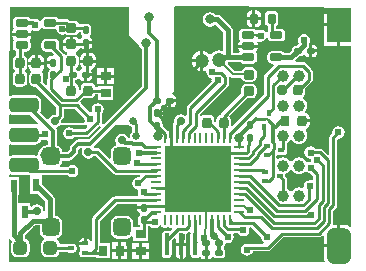
<source format=gtl>
G04 Layer_Physical_Order=1*
G04 Layer_Color=255*
%FSLAX25Y25*%
%MOIN*%
G70*
G01*
G75*
G04:AMPARAMS|DCode=10|XSize=19.69mil|YSize=23.62mil|CornerRadius=4.92mil|HoleSize=0mil|Usage=FLASHONLY|Rotation=270.000|XOffset=0mil|YOffset=0mil|HoleType=Round|Shape=RoundedRectangle|*
%AMROUNDEDRECTD10*
21,1,0.01969,0.01378,0,0,270.0*
21,1,0.00984,0.02362,0,0,270.0*
1,1,0.00984,-0.00689,-0.00492*
1,1,0.00984,-0.00689,0.00492*
1,1,0.00984,0.00689,0.00492*
1,1,0.00984,0.00689,-0.00492*
%
%ADD10ROUNDEDRECTD10*%
G04:AMPARAMS|DCode=11|XSize=19.69mil|YSize=23.62mil|CornerRadius=4.92mil|HoleSize=0mil|Usage=FLASHONLY|Rotation=180.000|XOffset=0mil|YOffset=0mil|HoleType=Round|Shape=RoundedRectangle|*
%AMROUNDEDRECTD11*
21,1,0.01969,0.01378,0,0,180.0*
21,1,0.00984,0.02362,0,0,180.0*
1,1,0.00984,-0.00492,0.00689*
1,1,0.00984,0.00492,0.00689*
1,1,0.00984,0.00492,-0.00689*
1,1,0.00984,-0.00492,-0.00689*
%
%ADD11ROUNDEDRECTD11*%
%ADD12R,0.03150X0.03543*%
%ADD13R,0.03543X0.03150*%
%ADD14R,0.02165X0.04331*%
%ADD15R,0.07874X0.11811*%
G04:AMPARAMS|DCode=16|XSize=118.11mil|YSize=78.74mil|CornerRadius=19.69mil|HoleSize=0mil|Usage=FLASHONLY|Rotation=270.000|XOffset=0mil|YOffset=0mil|HoleType=Round|Shape=RoundedRectangle|*
%AMROUNDEDRECTD16*
21,1,0.11811,0.03937,0,0,270.0*
21,1,0.07874,0.07874,0,0,270.0*
1,1,0.03937,-0.01969,-0.03937*
1,1,0.03937,-0.01969,0.03937*
1,1,0.03937,0.01969,0.03937*
1,1,0.03937,0.01969,-0.03937*
%
%ADD16ROUNDEDRECTD16*%
G04:AMPARAMS|DCode=17|XSize=98.43mil|YSize=47.24mil|CornerRadius=11.81mil|HoleSize=0mil|Usage=FLASHONLY|Rotation=180.000|XOffset=0mil|YOffset=0mil|HoleType=Round|Shape=RoundedRectangle|*
%AMROUNDEDRECTD17*
21,1,0.09843,0.02362,0,0,180.0*
21,1,0.07480,0.04724,0,0,180.0*
1,1,0.02362,-0.03740,0.01181*
1,1,0.02362,0.03740,0.01181*
1,1,0.02362,0.03740,-0.01181*
1,1,0.02362,-0.03740,-0.01181*
%
%ADD17ROUNDEDRECTD17*%
G04:AMPARAMS|DCode=18|XSize=35.43mil|YSize=31.5mil|CornerRadius=7.87mil|HoleSize=0mil|Usage=FLASHONLY|Rotation=270.000|XOffset=0mil|YOffset=0mil|HoleType=Round|Shape=RoundedRectangle|*
%AMROUNDEDRECTD18*
21,1,0.03543,0.01575,0,0,270.0*
21,1,0.01969,0.03150,0,0,270.0*
1,1,0.01575,-0.00787,-0.00984*
1,1,0.01575,-0.00787,0.00984*
1,1,0.01575,0.00787,0.00984*
1,1,0.01575,0.00787,-0.00984*
%
%ADD18ROUNDEDRECTD18*%
G04:AMPARAMS|DCode=19|XSize=25.59mil|YSize=43.31mil|CornerRadius=6.4mil|HoleSize=0mil|Usage=FLASHONLY|Rotation=90.000|XOffset=0mil|YOffset=0mil|HoleType=Round|Shape=RoundedRectangle|*
%AMROUNDEDRECTD19*
21,1,0.02559,0.03051,0,0,90.0*
21,1,0.01280,0.04331,0,0,90.0*
1,1,0.01280,0.01526,0.00640*
1,1,0.01280,0.01526,-0.00640*
1,1,0.01280,-0.01526,-0.00640*
1,1,0.01280,-0.01526,0.00640*
%
%ADD19ROUNDEDRECTD19*%
G04:AMPARAMS|DCode=20|XSize=35.43mil|YSize=31.5mil|CornerRadius=7.87mil|HoleSize=0mil|Usage=FLASHONLY|Rotation=0.000|XOffset=0mil|YOffset=0mil|HoleType=Round|Shape=RoundedRectangle|*
%AMROUNDEDRECTD20*
21,1,0.03543,0.01575,0,0,0.0*
21,1,0.01969,0.03150,0,0,0.0*
1,1,0.01575,0.00984,-0.00787*
1,1,0.01575,-0.00984,-0.00787*
1,1,0.01575,-0.00984,0.00787*
1,1,0.01575,0.00984,0.00787*
%
%ADD20ROUNDEDRECTD20*%
G04:AMPARAMS|DCode=21|XSize=59.06mil|YSize=59.06mil|CornerRadius=14.76mil|HoleSize=0mil|Usage=FLASHONLY|Rotation=180.000|XOffset=0mil|YOffset=0mil|HoleType=Round|Shape=RoundedRectangle|*
%AMROUNDEDRECTD21*
21,1,0.05906,0.02953,0,0,180.0*
21,1,0.02953,0.05906,0,0,180.0*
1,1,0.02953,-0.01476,0.01476*
1,1,0.02953,0.01476,0.01476*
1,1,0.02953,0.01476,-0.01476*
1,1,0.02953,-0.01476,-0.01476*
%
%ADD21ROUNDEDRECTD21*%
G04:AMPARAMS|DCode=22|XSize=15.75mil|YSize=74.8mil|CornerRadius=3.94mil|HoleSize=0mil|Usage=FLASHONLY|Rotation=180.000|XOffset=0mil|YOffset=0mil|HoleType=Round|Shape=RoundedRectangle|*
%AMROUNDEDRECTD22*
21,1,0.01575,0.06693,0,0,180.0*
21,1,0.00787,0.07480,0,0,180.0*
1,1,0.00787,-0.00394,0.03347*
1,1,0.00787,0.00394,0.03347*
1,1,0.00787,0.00394,-0.03347*
1,1,0.00787,-0.00394,-0.03347*
%
%ADD22ROUNDEDRECTD22*%
G04:AMPARAMS|DCode=23|XSize=13.78mil|YSize=21.65mil|CornerRadius=3.45mil|HoleSize=0mil|Usage=FLASHONLY|Rotation=90.000|XOffset=0mil|YOffset=0mil|HoleType=Round|Shape=RoundedRectangle|*
%AMROUNDEDRECTD23*
21,1,0.01378,0.01476,0,0,90.0*
21,1,0.00689,0.02165,0,0,90.0*
1,1,0.00689,0.00738,0.00345*
1,1,0.00689,0.00738,-0.00345*
1,1,0.00689,-0.00738,-0.00345*
1,1,0.00689,-0.00738,0.00345*
%
%ADD23ROUNDEDRECTD23*%
G04:AMPARAMS|DCode=24|XSize=13.78mil|YSize=21.65mil|CornerRadius=3.45mil|HoleSize=0mil|Usage=FLASHONLY|Rotation=180.000|XOffset=0mil|YOffset=0mil|HoleType=Round|Shape=RoundedRectangle|*
%AMROUNDEDRECTD24*
21,1,0.01378,0.01476,0,0,180.0*
21,1,0.00689,0.02165,0,0,180.0*
1,1,0.00689,-0.00345,0.00738*
1,1,0.00689,0.00345,0.00738*
1,1,0.00689,0.00345,-0.00738*
1,1,0.00689,-0.00345,-0.00738*
%
%ADD24ROUNDEDRECTD24*%
G04:AMPARAMS|DCode=25|XSize=13.78mil|YSize=21.65mil|CornerRadius=0mil|HoleSize=0mil|Usage=FLASHONLY|Rotation=180.000|XOffset=0mil|YOffset=0mil|HoleType=Round|Shape=Octagon|*
%AMOCTAGOND25*
4,1,8,0.00345,-0.01083,-0.00345,-0.01083,-0.00689,-0.00738,-0.00689,0.00738,-0.00345,0.01083,0.00345,0.01083,0.00689,0.00738,0.00689,-0.00738,0.00345,-0.01083,0.0*
%
%ADD25OCTAGOND25*%

G04:AMPARAMS|DCode=26|XSize=35.43mil|YSize=31.5mil|CornerRadius=0mil|HoleSize=0mil|Usage=FLASHONLY|Rotation=90.000|XOffset=0mil|YOffset=0mil|HoleType=Round|Shape=Octagon|*
%AMOCTAGOND26*
4,1,8,0.00787,0.01772,-0.00787,0.01772,-0.01575,0.00984,-0.01575,-0.00984,-0.00787,-0.01772,0.00787,-0.01772,0.01575,-0.00984,0.01575,0.00984,0.00787,0.01772,0.0*
%
%ADD26OCTAGOND26*%

%ADD27R,0.22047X0.22047*%
%ADD28O,0.03347X0.00984*%
%ADD29O,0.00984X0.03347*%
G04:AMPARAMS|DCode=30|XSize=45mil|YSize=45mil|CornerRadius=11.25mil|HoleSize=0mil|Usage=FLASHONLY|Rotation=90.000|XOffset=0mil|YOffset=0mil|HoleType=Round|Shape=RoundedRectangle|*
%AMROUNDEDRECTD30*
21,1,0.04500,0.02250,0,0,90.0*
21,1,0.02250,0.04500,0,0,90.0*
1,1,0.02250,0.01125,0.01125*
1,1,0.02250,0.01125,-0.01125*
1,1,0.02250,-0.01125,-0.01125*
1,1,0.02250,-0.01125,0.01125*
%
%ADD30ROUNDEDRECTD30*%
G04:AMPARAMS|DCode=31|XSize=35.43mil|YSize=27.56mil|CornerRadius=6.89mil|HoleSize=0mil|Usage=FLASHONLY|Rotation=90.000|XOffset=0mil|YOffset=0mil|HoleType=Round|Shape=RoundedRectangle|*
%AMROUNDEDRECTD31*
21,1,0.03543,0.01378,0,0,90.0*
21,1,0.02165,0.02756,0,0,90.0*
1,1,0.01378,0.00689,0.01083*
1,1,0.01378,0.00689,-0.01083*
1,1,0.01378,-0.00689,-0.01083*
1,1,0.01378,-0.00689,0.01083*
%
%ADD31ROUNDEDRECTD31*%
%ADD32C,0.01969*%
%ADD33C,0.00787*%
%ADD34C,0.00906*%
%ADD35C,0.00984*%
%ADD36C,0.01181*%
%ADD37C,0.01575*%
%ADD38C,0.04724*%
%ADD39C,0.03937*%
%ADD40C,0.02756*%
%ADD41C,0.02362*%
%ADD42C,0.02559*%
%ADD43C,0.02441*%
%ADD44C,0.03150*%
G36*
X95188Y32252D02*
X95617Y31692D01*
X96193Y31250D01*
X96863Y30972D01*
X97583Y30878D01*
X98302Y30972D01*
X98973Y31250D01*
X99464Y31627D01*
X100004Y31677D01*
X100032Y31676D01*
X100132Y31526D01*
X100796Y31083D01*
X101580Y30927D01*
X101749Y30960D01*
X102376Y30332D01*
Y28943D01*
X101876Y28681D01*
X101181Y28819D01*
X100398Y28663D01*
X99734Y28219D01*
X99290Y27555D01*
X99134Y26772D01*
X99187Y26503D01*
X98746Y26159D01*
X98302Y26342D01*
X97583Y26437D01*
X96863Y26342D01*
X96193Y26065D01*
X95617Y25623D01*
X95188Y25063D01*
X94917Y25020D01*
X94911D01*
X94641Y25063D01*
X94211Y25623D01*
X93636Y26065D01*
X93550Y26100D01*
Y28916D01*
X93451Y29415D01*
X93168Y29838D01*
X93034Y29972D01*
Y30364D01*
X93012Y30474D01*
X92978Y30832D01*
X93334Y31125D01*
X93636Y31250D01*
X94211Y31692D01*
X94641Y32252D01*
X94911Y32295D01*
X94917D01*
X95188Y32252D01*
D02*
G37*
G36*
X27016Y46585D02*
X26127Y45696D01*
X22607D01*
X22512Y45840D01*
X21847Y46283D01*
X21064Y46439D01*
X20281Y46283D01*
X19616Y45840D01*
X19173Y45175D01*
X19017Y44392D01*
X19173Y43608D01*
X19616Y42944D01*
X20281Y42500D01*
X21064Y42345D01*
X21847Y42500D01*
X22512Y42944D01*
X22607Y43087D01*
X26668D01*
X27167Y43187D01*
X27590Y43470D01*
X31093Y46972D01*
X31390Y46937D01*
X31583Y46422D01*
X27513Y42352D01*
X24063D01*
X23525Y42245D01*
X23069Y41941D01*
X21526Y40397D01*
X21222Y39942D01*
X21115Y39404D01*
Y38817D01*
X20416Y38118D01*
X18745D01*
Y38189D01*
X18570Y39072D01*
X18069Y39821D01*
X17320Y40321D01*
X16898Y40405D01*
Y45173D01*
X16791Y45711D01*
X16715Y45824D01*
X16945Y46380D01*
X16987Y46388D01*
X17704Y46866D01*
X17824Y47047D01*
X26825D01*
X27016Y46585D01*
D02*
G37*
G36*
X1397Y30813D02*
X2165Y30660D01*
X7353D01*
X7462Y30588D01*
X7961Y30488D01*
X8043D01*
X8071Y30000D01*
X8071D01*
Y24094D01*
X10623D01*
X12922Y21795D01*
Y18668D01*
X12422Y18618D01*
X12276Y19350D01*
X11798Y20066D01*
X11082Y20545D01*
X10237Y20713D01*
X9392Y20545D01*
X8676Y20066D01*
X8571Y19909D01*
X8071Y20061D01*
Y21102D01*
X4331D01*
X4066Y21493D01*
Y23898D01*
X4331D01*
Y29803D01*
X886D01*
Y30624D01*
X1327Y30860D01*
X1397Y30813D01*
D02*
G37*
G36*
X105988Y86672D02*
Y81012D01*
X110925D01*
Y80512D01*
X111425D01*
Y73606D01*
X114961D01*
X114961Y13548D01*
X114512Y13327D01*
X114391Y13420D01*
X113669Y13719D01*
X112894Y13821D01*
X111425D01*
Y6890D01*
X110925D01*
Y6390D01*
X105963D01*
Y2953D01*
X106065Y2178D01*
X106183Y1892D01*
X105905Y1476D01*
X886D01*
Y9055D01*
X1139Y9195D01*
X1386Y9237D01*
X2100Y8523D01*
X1798Y8072D01*
X1650Y7326D01*
Y5076D01*
X1798Y4330D01*
X2221Y3697D01*
X2853Y3274D01*
X3599Y3126D01*
X5849D01*
X6596Y3274D01*
X7228Y3697D01*
X7651Y4330D01*
X7799Y5076D01*
Y7326D01*
X7651Y8072D01*
X7228Y8705D01*
X6596Y9127D01*
X6330Y9180D01*
Y10533D01*
X9523Y13726D01*
X11176D01*
Y11614D01*
X11352Y10731D01*
X11852Y9982D01*
X12542Y9521D01*
X12608Y9230D01*
X12616Y8969D01*
X12221Y8705D01*
X11798Y8072D01*
X11649Y7326D01*
Y5076D01*
X11798Y4330D01*
X12221Y3697D01*
X12853Y3274D01*
X13599Y3126D01*
X15849D01*
X16596Y3274D01*
X17228Y3697D01*
X17651Y4330D01*
X17744Y4798D01*
X20216D01*
X20375Y4692D01*
X20817Y4604D01*
X22293D01*
X22735Y4692D01*
X23109Y4942D01*
X23359Y5316D01*
X23447Y5758D01*
Y6447D01*
X23359Y6888D01*
X23109Y7263D01*
X22735Y7513D01*
X22293Y7601D01*
X20817D01*
X20375Y7513D01*
X20216Y7407D01*
X17783D01*
X17651Y8072D01*
X17228Y8705D01*
X16941Y8896D01*
X17047Y9427D01*
X17320Y9482D01*
X18069Y9982D01*
X18570Y10731D01*
X18745Y11614D01*
Y14567D01*
X18570Y15450D01*
X18069Y16199D01*
X17320Y16699D01*
X16437Y16875D01*
X16133D01*
Y22461D01*
X16011Y23075D01*
X15663Y23596D01*
X15663Y23596D01*
X11811Y27448D01*
Y30000D01*
X11811D01*
X11839Y30488D01*
X20505D01*
X20601Y30345D01*
X21265Y29901D01*
X22048Y29746D01*
X22832Y29901D01*
X23496Y30345D01*
X23940Y31010D01*
X24095Y31793D01*
X23940Y32576D01*
X23496Y33241D01*
X22832Y33684D01*
X22048Y33840D01*
X21265Y33684D01*
X20601Y33241D01*
X20505Y33097D01*
X18211D01*
X18059Y33597D01*
X18069Y33604D01*
X18570Y34353D01*
X18745Y35236D01*
Y35308D01*
X20998D01*
X21535Y35415D01*
X21991Y35719D01*
X23513Y37241D01*
X23818Y37697D01*
X23925Y38235D01*
Y38822D01*
X24645Y39542D01*
X25132D01*
X25368Y39101D01*
X25324Y39036D01*
X25156Y38191D01*
X25324Y37346D01*
X25802Y36630D01*
X26519Y36151D01*
X27363Y35983D01*
X28208Y36151D01*
X28925Y36630D01*
X29096Y36886D01*
X29714D01*
X35572Y31028D01*
X35995Y30745D01*
X36495Y30646D01*
X44487D01*
X44678Y30184D01*
X44196Y29701D01*
X44027Y29735D01*
X43244Y29579D01*
X42579Y29135D01*
X42136Y28471D01*
X41980Y27688D01*
X42136Y26904D01*
X42579Y26240D01*
X43244Y25796D01*
X43555Y25734D01*
X43977Y25489D01*
X43821Y24706D01*
X43977Y23923D01*
X44011Y23871D01*
X43775Y23431D01*
X36299D01*
X35800Y23331D01*
X35377Y23049D01*
X29097Y16769D01*
X28814Y16346D01*
X28715Y15846D01*
Y8748D01*
X28215Y8650D01*
X27987Y8991D01*
X27542Y9288D01*
X27018Y9392D01*
X26779D01*
Y7677D01*
X26280D01*
Y7177D01*
X24201D01*
X24275Y6808D01*
X24572Y6363D01*
X24704Y6275D01*
X24725Y5694D01*
X24712Y5668D01*
X24475Y5314D01*
X24387Y4872D01*
Y4183D01*
X24475Y3741D01*
X24725Y3367D01*
X25100Y3117D01*
X25541Y3029D01*
X27018D01*
X27459Y3117D01*
X27618Y3223D01*
X29913D01*
Y2748D01*
X34638D01*
Y7866D01*
X31324D01*
Y15306D01*
X36840Y20821D01*
X43453D01*
X43770Y20435D01*
X43754Y20354D01*
Y20165D01*
X45768D01*
Y19165D01*
X43754D01*
Y18976D01*
X43870Y18394D01*
X44200Y17901D01*
X44518Y17688D01*
X44560Y17160D01*
X44546Y17114D01*
X44353Y16985D01*
X44070Y16562D01*
X43971Y16063D01*
Y14685D01*
X44070Y14186D01*
X44353Y13763D01*
X44463Y13689D01*
Y13091D01*
X42367D01*
Y14567D01*
X42191Y15450D01*
X41691Y16199D01*
X40942Y16699D01*
X40059Y16875D01*
X37106D01*
X36223Y16699D01*
X35474Y16199D01*
X34974Y15450D01*
X34798Y14567D01*
Y11614D01*
X34974Y10731D01*
X35474Y9982D01*
X36223Y9482D01*
X37106Y9306D01*
X40059D01*
X40942Y9482D01*
X41691Y9982D01*
X41724Y10032D01*
X42224Y9880D01*
Y8366D01*
X47343D01*
Y13091D01*
X47343D01*
X47422Y13558D01*
X47965D01*
X48060Y13415D01*
X48724Y12971D01*
X49508Y12815D01*
X50291Y12971D01*
X50955Y13415D01*
X51213Y13800D01*
X51744Y13694D01*
X51748Y13674D01*
X52030Y13251D01*
X52454Y12968D01*
X52953Y12869D01*
X53452Y12968D01*
X53545Y13030D01*
X53937Y13221D01*
X54329Y13030D01*
X54422Y12968D01*
X54921Y12869D01*
X55139Y12912D01*
X55386Y12451D01*
X54624Y11690D01*
X54398Y11841D01*
X53937Y11933D01*
X53150D01*
X52689Y11841D01*
X52298Y11580D01*
X52037Y11189D01*
X51945Y10728D01*
Y4035D01*
X52037Y3575D01*
X52298Y3184D01*
X52689Y2923D01*
X53150Y2831D01*
X53937D01*
X54398Y2923D01*
X54789Y3184D01*
X55050Y3575D01*
X55141Y4035D01*
Y8517D01*
X55991Y9367D01*
X56453Y9175D01*
Y7882D01*
X58268D01*
X60082D01*
Y10728D01*
X60079Y10745D01*
X60342Y11196D01*
X60765Y11479D01*
X60843Y11557D01*
X61393Y11415D01*
X61486Y11189D01*
X61394Y10728D01*
Y4035D01*
X61486Y3575D01*
X61747Y3184D01*
X62138Y2923D01*
X62598Y2831D01*
X63386D01*
X63847Y2923D01*
X64237Y3184D01*
X64789Y3109D01*
X64889Y2960D01*
X65382Y2630D01*
X65965Y2514D01*
X66154D01*
Y4527D01*
X67154D01*
Y2514D01*
X67343D01*
X67925Y2630D01*
X68418Y2960D01*
X68631Y3278D01*
X69159Y3320D01*
X69205Y3305D01*
X69333Y3113D01*
X69757Y2830D01*
X70256Y2731D01*
X71634D01*
X72133Y2830D01*
X72556Y3113D01*
X72839Y3536D01*
X72939Y4035D01*
Y5020D01*
X72839Y5519D01*
X72656Y5793D01*
X72564Y6011D01*
X72618Y6502D01*
X72741Y6686D01*
X72840Y7185D01*
Y7529D01*
X73340Y7892D01*
X73822Y7796D01*
X74606Y7952D01*
X75270Y8395D01*
X75714Y9060D01*
X75870Y9843D01*
X75720Y10597D01*
X75719Y10684D01*
X75975Y11097D01*
X77299D01*
X77592Y10659D01*
X78256Y10215D01*
X79039Y10060D01*
X79823Y10215D01*
X80487Y10659D01*
X80931Y11323D01*
X81086Y12107D01*
X80955Y12766D01*
X81240Y13197D01*
X81669Y13238D01*
X84994Y9913D01*
X84961Y9744D01*
X85116Y8961D01*
X85560Y8297D01*
X85790Y8143D01*
X85638Y7643D01*
X81043D01*
X80715Y7578D01*
X80315Y7658D01*
X79532Y7502D01*
X78867Y7058D01*
X78424Y6394D01*
X78268Y5610D01*
X78424Y4827D01*
X78867Y4163D01*
X79532Y3719D01*
X80315Y3563D01*
X81098Y3719D01*
X81763Y4163D01*
X82206Y4827D01*
X82248Y5034D01*
X87138D01*
X87637Y5133D01*
X88060Y5416D01*
X92325Y9680D01*
X104181D01*
X104681Y9780D01*
X105104Y10063D01*
X105463Y10421D01*
X105963Y10214D01*
Y7390D01*
X110425D01*
Y13821D01*
X109357D01*
X109322Y13837D01*
X109274Y13872D01*
X108985Y14321D01*
X109026Y14525D01*
Y18640D01*
X109918Y19533D01*
X110201Y19956D01*
X110301Y20455D01*
Y42289D01*
X110705Y42642D01*
X110728Y42638D01*
X111512Y42794D01*
X112176Y43237D01*
X112620Y43902D01*
X112776Y44685D01*
X112620Y45469D01*
X112176Y46133D01*
X111512Y46576D01*
X110728Y46732D01*
X109945Y46576D01*
X109281Y46133D01*
X108837Y45469D01*
X108681Y44685D01*
X108715Y44516D01*
X108074Y43875D01*
X107791Y43452D01*
X107692Y42953D01*
Y37522D01*
X107229Y37331D01*
X105605Y38956D01*
X105182Y39239D01*
X104682Y39338D01*
X102998D01*
X102929Y39442D01*
X102265Y39885D01*
X101481Y40041D01*
X100698Y39885D01*
X100034Y39442D01*
X99590Y38777D01*
X99434Y37994D01*
X99590Y37211D01*
X100034Y36546D01*
X100698Y36103D01*
X101481Y35947D01*
X101607Y35487D01*
X101520Y35009D01*
X100796Y34865D01*
X100551Y34702D01*
X100073Y34847D01*
X99990Y35047D01*
X99548Y35623D01*
X98973Y36065D01*
X98302Y36342D01*
X97583Y36437D01*
X96863Y36342D01*
X96193Y36065D01*
X95617Y35623D01*
X95188Y35063D01*
X94917Y35020D01*
X94911D01*
X94641Y35063D01*
X94211Y35623D01*
X93636Y36065D01*
X92965Y36342D01*
X92246Y36437D01*
X91526Y36342D01*
X90856Y36065D01*
X90584Y35856D01*
X90084Y36103D01*
Y36962D01*
X90584Y37244D01*
X90896Y37183D01*
X92372D01*
X92814Y37270D01*
X93188Y37521D01*
X93438Y37895D01*
X93526Y38337D01*
Y39026D01*
X93512Y39098D01*
X93550Y39293D01*
Y41215D01*
X93636Y41250D01*
X94211Y41692D01*
X94641Y42252D01*
X94911Y42295D01*
X94917D01*
X95188Y42252D01*
X95617Y41692D01*
X96193Y41250D01*
X96863Y40973D01*
X97583Y40878D01*
X98302Y40973D01*
X98973Y41250D01*
X99548Y41692D01*
X99990Y42268D01*
X100268Y42938D01*
X100363Y43657D01*
X100268Y44377D01*
X99990Y45047D01*
X99794Y45303D01*
X100001Y45854D01*
X100008Y45856D01*
X100600Y46251D01*
X100995Y46842D01*
X101133Y47539D01*
Y48024D01*
X98524D01*
Y49024D01*
X101133D01*
Y49508D01*
X100995Y50205D01*
X100600Y50797D01*
X100008Y51192D01*
X99778Y51237D01*
X99676Y51440D01*
X99616Y51780D01*
X99990Y52268D01*
X100268Y52938D01*
X100363Y53657D01*
X100268Y54377D01*
X99990Y55047D01*
X99548Y55623D01*
X98973Y56065D01*
X98940Y56620D01*
X99265Y56837D01*
X99613Y57358D01*
X99736Y57973D01*
Y59372D01*
X101753Y61390D01*
X102036Y61813D01*
X102136Y62312D01*
Y65003D01*
X102036Y65502D01*
X101753Y65925D01*
X99851Y67828D01*
X99427Y68111D01*
X98928Y68210D01*
X96601D01*
X96394Y68710D01*
X97738Y70054D01*
X97953D01*
X98452Y70153D01*
X98875Y70436D01*
X99004Y70628D01*
X99050Y70643D01*
X99578Y70601D01*
X99790Y70283D01*
X100284Y69953D01*
X100866Y69837D01*
X101055D01*
Y71850D01*
Y73969D01*
X100935Y74364D01*
X101166Y74709D01*
X101321Y75492D01*
X101166Y76276D01*
X100722Y76940D01*
X100058Y77384D01*
X99274Y77539D01*
X98491Y77384D01*
X97827Y76940D01*
X97383Y76276D01*
X97227Y75492D01*
X97383Y74709D01*
X97571Y74428D01*
X96790Y73647D01*
X96575D01*
X96076Y73548D01*
X95652Y73265D01*
X95369Y72842D01*
X95270Y72342D01*
Y72127D01*
X94433Y71291D01*
X92656D01*
X92614Y71354D01*
X92141Y71669D01*
X91585Y71780D01*
X88534D01*
X87977Y71669D01*
X87505Y71354D01*
X87189Y70882D01*
X87078Y70325D01*
Y69045D01*
X87189Y68488D01*
X87505Y68016D01*
X87977Y67701D01*
X88534Y67590D01*
X89087D01*
X89278Y67128D01*
X86282Y64132D01*
X86000Y63709D01*
X85900Y63210D01*
Y57332D01*
X75301Y46732D01*
X74888Y46924D01*
X74834Y46973D01*
Y48917D01*
X74712Y49532D01*
X74364Y50053D01*
X74361Y50076D01*
X80357Y56072D01*
X81890D01*
X82504Y56194D01*
X83025Y56542D01*
X83373Y57063D01*
X83495Y57677D01*
Y59252D01*
X83373Y59866D01*
X83025Y60387D01*
X82504Y60735D01*
X81890Y60858D01*
X79921D01*
X79307Y60735D01*
X78786Y60387D01*
X78438Y59866D01*
X78316Y59252D01*
Y57720D01*
X71518Y50923D01*
X71236Y50499D01*
X71223Y50437D01*
X71039Y50401D01*
X70518Y50053D01*
X70170Y49532D01*
X70048Y48917D01*
Y48394D01*
X69548Y48151D01*
X69322Y48328D01*
Y48917D01*
X69200Y49532D01*
X68852Y50053D01*
X68331Y50401D01*
X67716Y50523D01*
X66142D01*
X65527Y50401D01*
X65006Y50053D01*
X64994Y50033D01*
X64545Y50169D01*
X64495Y50649D01*
X73898Y60053D01*
X74181Y60476D01*
X74281Y60975D01*
Y63046D01*
X74274Y63080D01*
X74735Y63326D01*
X74837Y63223D01*
X74837Y63223D01*
X75228Y62962D01*
X75689Y62871D01*
X75689Y62871D01*
X78379D01*
X78438Y62574D01*
X78786Y62054D01*
X79307Y61705D01*
X79921Y61583D01*
X81890D01*
X82504Y61705D01*
X83025Y62054D01*
X83373Y62574D01*
X83495Y63189D01*
Y64764D01*
X83373Y65378D01*
X83025Y65899D01*
X82504Y66247D01*
X81890Y66369D01*
X79921D01*
X79307Y66247D01*
X78786Y65899D01*
X78438Y65378D01*
X78418Y65279D01*
X76188D01*
X73854Y67613D01*
X74046Y68079D01*
X78014D01*
X78056Y68016D01*
X78528Y67701D01*
X79085Y67590D01*
X82136D01*
X82693Y67701D01*
X83165Y68016D01*
X83480Y68488D01*
X83591Y69045D01*
Y70325D01*
X83480Y70882D01*
X83165Y71354D01*
X83433Y71776D01*
X83680Y72146D01*
X83808Y72785D01*
Y72925D01*
X80610D01*
X77413D01*
Y72785D01*
X77540Y72146D01*
X77777Y71791D01*
X77539Y71291D01*
X75523D01*
Y78786D01*
X75523Y78786D01*
X75401Y79401D01*
X75053Y79922D01*
X75053Y79922D01*
X71457Y83517D01*
X70936Y83865D01*
X70322Y83987D01*
X70322Y83987D01*
X69682D01*
X69616Y84085D01*
X68835Y84607D01*
X67913Y84790D01*
X66992Y84607D01*
X66210Y84085D01*
X65688Y83304D01*
X65505Y82382D01*
X65688Y81460D01*
X66210Y80679D01*
X66992Y80157D01*
X67913Y79973D01*
X68835Y80157D01*
X69616Y80679D01*
X69742Y80691D01*
X72312Y78121D01*
Y72158D01*
X71896Y71880D01*
X71688Y71966D01*
X70866Y72074D01*
X70044Y71966D01*
X69278Y71649D01*
X68620Y71144D01*
X68348Y70789D01*
X67718Y70789D01*
X67555Y71000D01*
X66853Y71539D01*
X66035Y71878D01*
X65658Y71928D01*
Y68602D01*
Y65277D01*
X66035Y65327D01*
X66254Y65417D01*
X66693Y65058D01*
X66654Y64862D01*
X66809Y64079D01*
X67253Y63415D01*
X67917Y62971D01*
X68120Y62931D01*
X68498Y62358D01*
X68429Y62011D01*
X68462Y61842D01*
X60495Y53875D01*
X60212Y53452D01*
X60113Y52952D01*
Y50491D01*
X59613Y50229D01*
X59113Y50563D01*
X58268Y50731D01*
X57423Y50563D01*
X56707Y50085D01*
X56228Y49369D01*
X56060Y48524D01*
X56120Y48221D01*
X55967Y48068D01*
X55685Y47645D01*
X55585Y47146D01*
Y45994D01*
X55421Y45859D01*
Y42913D01*
X54421D01*
Y45516D01*
X54339Y45500D01*
X53846Y45170D01*
X53841Y45170D01*
X52190Y46820D01*
Y47461D01*
X52091Y47960D01*
X51808Y48383D01*
X51616Y48512D01*
X51601Y48557D01*
X51643Y49086D01*
X51962Y49298D01*
X52291Y49792D01*
X52407Y50374D01*
Y50563D01*
X50394D01*
Y51563D01*
X52407D01*
Y51752D01*
X52291Y52334D01*
X51962Y52828D01*
X51582Y53082D01*
X51579Y53087D01*
X51552Y53512D01*
X51582Y53637D01*
X51828Y53802D01*
X51957Y53994D01*
X52002Y54009D01*
X52530Y53967D01*
X52743Y53649D01*
X53237Y53319D01*
X53819Y53203D01*
X54008D01*
Y55216D01*
X54508D01*
Y55717D01*
X56717D01*
X56602Y56291D01*
X56273Y56784D01*
X55779Y57114D01*
X55594Y57151D01*
X55430Y57693D01*
X56004Y58268D01*
X56004Y86401D01*
X56358Y86754D01*
X105988Y86672D01*
D02*
G37*
G36*
X41043Y77264D02*
X44356Y73951D01*
X44428Y73586D01*
X44951Y72805D01*
X45249Y72606D01*
Y60088D01*
X32700Y47539D01*
X32180D01*
X32101Y47584D01*
X32062Y47616D01*
X31800Y47998D01*
X31856Y48276D01*
Y50845D01*
X31959Y50915D01*
X32403Y51579D01*
X32559Y52362D01*
X32403Y53146D01*
X31959Y53810D01*
X31295Y54254D01*
X30512Y54409D01*
X29728Y54254D01*
X29064Y53810D01*
X28620Y53146D01*
X28465Y52362D01*
X28566Y51854D01*
X28246Y51436D01*
X27808Y51400D01*
X24772Y54435D01*
X24761Y55131D01*
X25839Y56209D01*
X25862Y56194D01*
X26476Y56072D01*
X28051D01*
X28666Y56194D01*
X29186Y56542D01*
X29535Y57063D01*
X29593Y57357D01*
X30647D01*
Y55574D01*
X35765D01*
Y60298D01*
X30647D01*
Y59966D01*
X29593D01*
X29535Y60260D01*
X29186Y60781D01*
X28666Y61129D01*
X28051Y61251D01*
X26476D01*
X25862Y61129D01*
X25341Y60781D01*
X24993Y60260D01*
X24871Y59646D01*
Y59056D01*
X24645Y58880D01*
X24145Y59123D01*
Y59646D01*
X24023Y60260D01*
X23675Y60781D01*
X23154Y61129D01*
X23056Y61148D01*
Y62121D01*
X23354Y62181D01*
X23777Y62463D01*
X23905Y62656D01*
X23951Y62671D01*
X24479Y62628D01*
X24692Y62310D01*
X25185Y61980D01*
X25768Y61865D01*
X25957D01*
Y63878D01*
X26457D01*
Y64378D01*
X28665D01*
X28551Y64952D01*
X28354Y65248D01*
X28528Y65779D01*
X28544Y65795D01*
X28749Y65836D01*
X29340Y66231D01*
X29735Y66822D01*
X29874Y67520D01*
Y68004D01*
X27264D01*
X24654D01*
Y67520D01*
X24793Y66822D01*
X25155Y66279D01*
X25165Y66122D01*
X25077Y65703D01*
X24692Y65446D01*
X24479Y65127D01*
X23951Y65085D01*
X23905Y65100D01*
X23777Y65293D01*
X23354Y65575D01*
X23309Y65584D01*
X23275Y65683D01*
X23256Y66105D01*
X23675Y66384D01*
X24023Y66905D01*
X24145Y67520D01*
Y69488D01*
X24023Y70103D01*
X23675Y70624D01*
X23154Y70972D01*
X23135Y70975D01*
Y71485D01*
X23434Y71545D01*
X24025Y71940D01*
X24420Y72531D01*
X24452Y72693D01*
X24983Y72799D01*
X25007Y72763D01*
X25501Y72433D01*
X26075Y72319D01*
Y74528D01*
X26575D01*
Y75028D01*
X28588D01*
Y75217D01*
X28473Y75799D01*
X28143Y76292D01*
X27824Y76505D01*
X27782Y77033D01*
X27797Y77079D01*
X27989Y77207D01*
X28272Y77631D01*
X28372Y78130D01*
Y79508D01*
X28272Y80007D01*
X27989Y80430D01*
X27566Y80713D01*
X27067Y80813D01*
X26969D01*
X26870Y80832D01*
X24239D01*
X24220Y80929D01*
X23872Y81450D01*
X23351Y81798D01*
X22736Y81921D01*
X21204D01*
X21001Y82123D01*
X20578Y82406D01*
X20079Y82505D01*
X17463D01*
X17220Y82869D01*
X16748Y83185D01*
X16191Y83296D01*
X13140D01*
X12583Y83185D01*
X12111Y82869D01*
X11795Y82397D01*
X11728Y82057D01*
X11197Y81952D01*
X11192Y81959D01*
X10527Y82403D01*
X9744Y82559D01*
X9517Y82514D01*
X9055Y82606D01*
X7947D01*
X7771Y82869D01*
X7299Y83185D01*
X6742Y83296D01*
X3691D01*
X3134Y83185D01*
X2662Y82869D01*
X2347Y82397D01*
X2236Y81841D01*
Y80561D01*
X2347Y80004D01*
X2662Y79532D01*
X2393Y79110D01*
X2146Y78740D01*
X2019Y78100D01*
Y77961D01*
X5217D01*
X8414D01*
Y78100D01*
X8349Y78428D01*
X8799Y78728D01*
X8961Y78620D01*
X9744Y78465D01*
X10527Y78620D01*
X11192Y79064D01*
X11507Y79536D01*
X12056Y79580D01*
X12085Y79570D01*
X12111Y79532D01*
X12583Y79217D01*
X13140Y79106D01*
X16191D01*
X16679Y79203D01*
X16809Y78547D01*
X17253Y77883D01*
X17917Y77439D01*
X18701Y77284D01*
X19484Y77439D01*
X19682Y77572D01*
X20153Y77257D01*
X20768Y77135D01*
X22736D01*
X23351Y77257D01*
X23872Y77605D01*
X24220Y78126D01*
X24239Y78223D01*
X24778D01*
Y78130D01*
X24877Y77631D01*
X25160Y77207D01*
X25353Y77079D01*
X25367Y77033D01*
X25325Y76505D01*
X25007Y76292D01*
X24750Y75907D01*
X24349Y75839D01*
X24180Y75860D01*
X24025Y76092D01*
X23434Y76487D01*
X22736Y76626D01*
X22252D01*
Y74016D01*
X21752D01*
Y73516D01*
X18945D01*
Y73228D01*
X19084Y72531D01*
X19479Y71940D01*
X20070Y71545D01*
X20369Y71485D01*
Y70975D01*
X20350Y70972D01*
X19829Y70624D01*
X19319Y70759D01*
X19316Y70775D01*
X19033Y71198D01*
X17564Y72667D01*
X17646Y73081D01*
Y74360D01*
X17535Y74917D01*
X17220Y75389D01*
X16748Y75705D01*
X16191Y75815D01*
X13140D01*
X12583Y75705D01*
X12111Y75389D01*
X11795Y74917D01*
X11685Y74360D01*
Y73081D01*
X11795Y72524D01*
X12111Y72052D01*
X12583Y71736D01*
X13140Y71626D01*
X14915D01*
X15838Y70702D01*
X15631Y70202D01*
X15157D01*
X14575Y70087D01*
X14082Y69757D01*
X13752Y69263D01*
X13636Y68681D01*
Y68492D01*
X15650D01*
Y67492D01*
X13636D01*
Y67303D01*
X13752Y66721D01*
X14082Y66227D01*
X14400Y66015D01*
X14442Y65487D01*
X14427Y65441D01*
X14235Y65312D01*
X13952Y64889D01*
X13853Y64390D01*
Y63012D01*
X13870Y62925D01*
X13854Y62901D01*
X13754Y62402D01*
Y60549D01*
X13293Y60358D01*
X12367Y61284D01*
X12432Y61614D01*
Y63583D01*
X12310Y64197D01*
X11962Y64718D01*
X11946Y64729D01*
Y65330D01*
X12115Y65444D01*
X12510Y66035D01*
X12649Y66732D01*
Y67216D01*
X10039D01*
X7430D01*
Y66732D01*
X7568Y66035D01*
X7963Y65444D01*
X8133Y65330D01*
Y64729D01*
X8117Y64718D01*
X7768Y64197D01*
X7646Y63583D01*
Y61614D01*
X7768Y61000D01*
X8117Y60479D01*
X8637Y60131D01*
X9252Y60009D01*
X9952D01*
X16662Y53298D01*
Y50986D01*
X16235Y50617D01*
X16142Y50635D01*
X15298Y50467D01*
X14581Y49989D01*
X14103Y49272D01*
X14086Y49190D01*
X13608Y49045D01*
X11201Y51452D01*
X11500Y51899D01*
X11653Y52667D01*
Y55029D01*
X11500Y55798D01*
X11065Y56449D01*
X10414Y56884D01*
X9646Y57037D01*
X2165D01*
X1460Y56896D01*
X1247Y56965D01*
X961Y57119D01*
X1189Y86417D01*
X41043D01*
Y77264D01*
D02*
G37*
G36*
X12111Y42205D02*
X12894Y42049D01*
X13588Y42187D01*
X14088Y41924D01*
Y40497D01*
X13484D01*
X12601Y40321D01*
X11852Y39821D01*
X11385Y39121D01*
X11322Y39074D01*
X10881Y38498D01*
X10603Y37828D01*
X10541Y37354D01*
X10116Y36989D01*
X10023Y36961D01*
X9646Y37037D01*
X2165D01*
X1397Y36884D01*
X1327Y36837D01*
X886Y37072D01*
Y40624D01*
X1327Y40860D01*
X1397Y40813D01*
X2165Y40660D01*
X9646D01*
X10414Y40813D01*
X11065Y41248D01*
X11500Y41899D01*
X11538Y42088D01*
X12000Y42280D01*
X12111Y42205D01*
D02*
G37*
G36*
X26037Y49480D02*
X26004Y49311D01*
X26160Y48528D01*
X26278Y48350D01*
X26011Y47850D01*
X18630D01*
X18312Y48237D01*
X18350Y48428D01*
X18290Y48730D01*
X18889Y49329D01*
X19172Y49753D01*
X19271Y50252D01*
Y52534D01*
X22983D01*
X26037Y49480D01*
D02*
G37*
G36*
X1412Y50810D02*
X2165Y50660D01*
X8019D01*
X10678Y48001D01*
X10486Y47539D01*
X1242Y47539D01*
X890Y47894D01*
X910Y50548D01*
X1323Y50823D01*
X1412Y50810D01*
D02*
G37*
G36*
X41420Y46677D02*
X42005Y46561D01*
Y45120D01*
X41819Y44996D01*
X41362Y44313D01*
X41202Y43506D01*
X41260Y43215D01*
X40867Y42784D01*
X40630Y42832D01*
X40622Y42872D01*
X40144Y43589D01*
X39428Y44067D01*
X38583Y44235D01*
X37738Y44067D01*
X37022Y43589D01*
X36543Y42872D01*
X36375Y42028D01*
X36543Y41183D01*
X36763Y40853D01*
X36572Y40391D01*
X36223Y40321D01*
X35474Y39821D01*
X34974Y39072D01*
X34798Y38189D01*
Y36145D01*
X34336Y35954D01*
X31177Y39113D01*
X30753Y39396D01*
X30254Y39495D01*
X29302D01*
X29151Y39820D01*
X29131Y39983D01*
X29242Y40108D01*
X36182Y47047D01*
X40867D01*
X41420Y46677D01*
D02*
G37*
%LPC*%
G36*
X25780Y9392D02*
X25541D01*
X25017Y9288D01*
X24572Y8991D01*
X24275Y8546D01*
X24201Y8177D01*
X25780D01*
Y9392D01*
D02*
G37*
G36*
X56717Y54716D02*
X55008D01*
Y53203D01*
X55197D01*
X55779Y53319D01*
X56273Y53649D01*
X56602Y54142D01*
X56717Y54716D01*
D02*
G37*
G36*
X60082Y6882D02*
X58768D01*
Y2636D01*
X59205Y2723D01*
X59666Y3031D01*
X59974Y3492D01*
X60082Y4035D01*
Y6882D01*
D02*
G37*
G36*
X44284Y4716D02*
X42012D01*
Y2642D01*
X44284D01*
Y4716D01*
D02*
G37*
G36*
X57768Y6882D02*
X56453D01*
Y4035D01*
X56561Y3492D01*
X56869Y3031D01*
X57330Y2723D01*
X57768Y2636D01*
Y6882D01*
D02*
G37*
G36*
X37287Y4807D02*
X35213D01*
Y2536D01*
X37287D01*
Y4807D01*
D02*
G37*
G36*
X40362D02*
X38287D01*
Y2536D01*
X40362D01*
Y4807D01*
D02*
G37*
G36*
X37287Y8079D02*
X35213D01*
Y5807D01*
X37287D01*
Y8079D01*
D02*
G37*
G36*
X40362D02*
X38287D01*
Y5807D01*
X40362D01*
Y8079D01*
D02*
G37*
G36*
X47555Y7791D02*
X45283D01*
Y5717D01*
X47555D01*
Y7791D01*
D02*
G37*
G36*
Y4716D02*
X45283D01*
Y2642D01*
X47555D01*
Y4716D01*
D02*
G37*
G36*
X44284Y7791D02*
X42012D01*
Y5717D01*
X44284D01*
Y7791D01*
D02*
G37*
G36*
X110425Y80012D02*
X105988D01*
Y73606D01*
X110425D01*
Y80012D01*
D02*
G37*
G36*
X102244Y73864D02*
X102055D01*
Y72350D01*
X103764D01*
X103650Y72925D01*
X103320Y73418D01*
X102826Y73748D01*
X102244Y73864D01*
D02*
G37*
G36*
X103764Y71350D02*
X102055D01*
Y69837D01*
X102244D01*
X102826Y69953D01*
X103320Y70283D01*
X103650Y70776D01*
X103764Y71350D01*
D02*
G37*
G36*
X82079Y85383D02*
X81890D01*
X81231Y85252D01*
X80672Y84879D01*
X80299Y84320D01*
X80168Y83661D01*
Y83079D01*
X82079D01*
Y85383D01*
D02*
G37*
G36*
X83268D02*
X83079D01*
Y83079D01*
X84990D01*
Y83661D01*
X84859Y84320D01*
X84485Y84879D01*
X83927Y85252D01*
X83268Y85383D01*
D02*
G37*
G36*
X84990Y82079D02*
X83079D01*
Y79774D01*
X83268D01*
X83927Y79905D01*
X84485Y80278D01*
X84859Y80837D01*
X84990Y81496D01*
Y82079D01*
D02*
G37*
G36*
X89173Y85167D02*
X87795D01*
X87219Y85052D01*
X86731Y84726D01*
X86405Y84237D01*
X86290Y83661D01*
Y81496D01*
X86405Y80920D01*
X86731Y80432D01*
X87180Y80132D01*
Y78740D01*
X87226Y78506D01*
X87029Y78143D01*
X86506Y78085D01*
X86290Y78408D01*
X85626Y78852D01*
X84842Y79008D01*
X84059Y78852D01*
X83433Y78433D01*
X83165Y78834D01*
X82693Y79150D01*
X82136Y79260D01*
X79085D01*
X78528Y79150D01*
X78056Y78834D01*
X77740Y78362D01*
X77630Y77805D01*
Y76526D01*
X77740Y75969D01*
X78056Y75497D01*
X77787Y75075D01*
X77540Y74705D01*
X77413Y74065D01*
Y73925D01*
X80610D01*
X83808D01*
Y74065D01*
X83680Y74705D01*
X83661Y74734D01*
X84022Y75094D01*
X84059Y75069D01*
X84842Y74913D01*
X85626Y75069D01*
X86290Y75513D01*
X86660Y76066D01*
X87116Y76037D01*
X87180Y76014D01*
X87189Y75969D01*
X87505Y75497D01*
X87977Y75181D01*
X88534Y75071D01*
X91585D01*
X92141Y75181D01*
X92614Y75497D01*
X92929Y75969D01*
X93040Y76526D01*
Y77805D01*
X92929Y78362D01*
X92614Y78834D01*
X92141Y79150D01*
X91585Y79260D01*
X89809D01*
X89789Y79281D01*
Y80132D01*
X90238Y80432D01*
X90564Y80920D01*
X90679Y81496D01*
Y83661D01*
X90564Y84237D01*
X90238Y84726D01*
X89749Y85052D01*
X89173Y85167D01*
D02*
G37*
G36*
X82079Y82079D02*
X80168D01*
Y81496D01*
X80299Y80837D01*
X80672Y80278D01*
X81231Y79905D01*
X81890Y79774D01*
X82079D01*
Y82079D01*
D02*
G37*
G36*
X64657Y68102D02*
X61832D01*
X61882Y67725D01*
X62221Y66907D01*
X62760Y66204D01*
X63462Y65666D01*
X64280Y65327D01*
X64657Y65277D01*
Y68102D01*
D02*
G37*
G36*
Y71928D02*
X64280Y71878D01*
X63462Y71539D01*
X62760Y71000D01*
X62221Y70298D01*
X61882Y69480D01*
X61832Y69102D01*
X64657D01*
Y71928D01*
D02*
G37*
G36*
X8414Y76961D02*
X5217D01*
X2019D01*
Y76821D01*
X2146Y76181D01*
X2393Y75811D01*
X2662Y75389D01*
X2347Y74917D01*
X2236Y74360D01*
Y73081D01*
X2347Y72524D01*
X2662Y72052D01*
X3134Y71736D01*
X3223Y71719D01*
Y70204D01*
X3126Y70184D01*
X2605Y69836D01*
X2257Y69315D01*
X2135Y68701D01*
Y66732D01*
X2257Y66118D01*
X2605Y65597D01*
X2812Y65458D01*
Y64857D01*
X2605Y64718D01*
X2257Y64197D01*
X2135Y63583D01*
Y61614D01*
X2257Y61000D01*
X2605Y60479D01*
X3126Y60131D01*
X3740Y60009D01*
X5315D01*
X5929Y60131D01*
X6450Y60479D01*
X6798Y61000D01*
X6921Y61614D01*
Y63583D01*
X6798Y64197D01*
X6450Y64718D01*
X6243Y64857D01*
Y65458D01*
X6450Y65597D01*
X6798Y66118D01*
X6921Y66732D01*
Y68701D01*
X6798Y69315D01*
X6450Y69836D01*
X5929Y70184D01*
X5832Y70204D01*
Y71626D01*
X6742D01*
X7299Y71736D01*
X7771Y72052D01*
X8087Y72524D01*
X8197Y73081D01*
Y74360D01*
X8087Y74917D01*
X7771Y75389D01*
X8040Y75811D01*
X8287Y76181D01*
X8414Y76821D01*
Y76961D01*
D02*
G37*
G36*
X32706Y62948D02*
X30434D01*
Y60873D01*
X32706D01*
Y62948D01*
D02*
G37*
G36*
X21252Y76626D02*
X20768D01*
X20070Y76487D01*
X19479Y76092D01*
X19084Y75501D01*
X18945Y74803D01*
Y74516D01*
X21252D01*
Y76626D01*
D02*
G37*
G36*
X28588Y74028D02*
X27075D01*
Y72319D01*
X27649Y72433D01*
X28143Y72763D01*
X28473Y73256D01*
X28588Y73839D01*
Y74028D01*
D02*
G37*
G36*
X35978Y66022D02*
X33706D01*
Y63948D01*
X35978D01*
Y66022D01*
D02*
G37*
G36*
X32706D02*
X30434D01*
Y63948D01*
X32706D01*
Y66022D01*
D02*
G37*
G36*
X35978Y62948D02*
X33706D01*
Y60873D01*
X35978D01*
Y62948D01*
D02*
G37*
G36*
X28665Y63378D02*
X26957D01*
Y61865D01*
X27146D01*
X27728Y61980D01*
X28221Y62310D01*
X28551Y62804D01*
X28665Y63378D01*
D02*
G37*
G36*
X28051Y71311D02*
X27764D01*
Y69004D01*
X29874D01*
Y69488D01*
X29735Y70186D01*
X29340Y70777D01*
X28749Y71172D01*
X28051Y71311D01*
D02*
G37*
G36*
X26764D02*
X26476D01*
X25779Y71172D01*
X25188Y70777D01*
X24793Y70186D01*
X24654Y69488D01*
Y69004D01*
X26764D01*
Y71311D01*
D02*
G37*
G36*
X9539Y70523D02*
X9252D01*
X8555Y70385D01*
X7963Y69989D01*
X7568Y69398D01*
X7430Y68701D01*
Y68217D01*
X9539D01*
Y70523D01*
D02*
G37*
G36*
X10827D02*
X10539D01*
Y68217D01*
X12649D01*
Y68701D01*
X12510Y69398D01*
X12115Y69989D01*
X11524Y70385D01*
X10827Y70523D01*
D02*
G37*
%LPD*%
D10*
X26457Y63878D02*
D03*
X22165D02*
D03*
X66654Y4528D02*
D03*
X70945D02*
D03*
X66555Y7677D02*
D03*
X70846D02*
D03*
X54508Y55216D02*
D03*
X50217D02*
D03*
X101555Y71850D02*
D03*
X97264D02*
D03*
D11*
X26575Y74528D02*
D03*
Y78819D02*
D03*
X15650Y63701D02*
D03*
Y67992D02*
D03*
X81398Y42835D02*
D03*
Y47126D02*
D03*
X50394Y51063D02*
D03*
Y46772D02*
D03*
X45768Y19665D02*
D03*
Y15374D02*
D03*
D12*
X32276Y5307D02*
D03*
X37787D02*
D03*
X93012Y48524D02*
D03*
D13*
X33206Y63448D02*
D03*
Y57936D02*
D03*
X44783Y5217D02*
D03*
Y10728D02*
D03*
D14*
X9941Y27047D02*
D03*
X2461Y26850D02*
D03*
X6201Y18150D02*
D03*
D15*
X110925Y80512D02*
D03*
D16*
Y6890D02*
D03*
D17*
X5906Y33848D02*
D03*
Y43848D02*
D03*
Y53848D02*
D03*
D18*
X21752Y58661D02*
D03*
X27264D02*
D03*
X10039Y62598D02*
D03*
X4528D02*
D03*
X10039Y67716D02*
D03*
X4528D02*
D03*
X27264Y68504D02*
D03*
X21752D02*
D03*
X97342Y58957D02*
D03*
X72441Y47933D02*
D03*
X66929D02*
D03*
X98524Y48524D02*
D03*
D19*
X14665Y81201D02*
D03*
Y73721D02*
D03*
X5217D02*
D03*
Y77461D02*
D03*
Y81201D02*
D03*
X90059Y77165D02*
D03*
Y69685D02*
D03*
X80610D02*
D03*
Y73425D02*
D03*
Y77165D02*
D03*
D20*
X21752Y74016D02*
D03*
Y79527D02*
D03*
X80905Y58465D02*
D03*
Y63976D02*
D03*
D21*
X38583Y13091D02*
D03*
X14961D02*
D03*
X38583Y36713D02*
D03*
X14961D02*
D03*
D22*
X53543Y7382D02*
D03*
X58268D02*
D03*
X62992D02*
D03*
D23*
X91142Y30020D02*
D03*
X86417Y28445D02*
D03*
Y31594D02*
D03*
X91634Y38681D02*
D03*
X86910Y37106D02*
D03*
Y40256D02*
D03*
X21555Y6102D02*
D03*
X26280Y7677D02*
D03*
Y4528D02*
D03*
D24*
X87500Y51279D02*
D03*
X89075Y46555D02*
D03*
D25*
X85925D02*
D03*
D26*
X91831Y58957D02*
D03*
D27*
X63779Y29134D02*
D03*
D28*
X50000Y18307D02*
D03*
Y20276D02*
D03*
Y22244D02*
D03*
Y24213D02*
D03*
Y26181D02*
D03*
Y28150D02*
D03*
Y30118D02*
D03*
Y32087D02*
D03*
Y34055D02*
D03*
Y36024D02*
D03*
Y37992D02*
D03*
Y39961D02*
D03*
X77559D02*
D03*
Y37992D02*
D03*
Y36024D02*
D03*
Y34055D02*
D03*
Y32087D02*
D03*
Y30118D02*
D03*
Y28150D02*
D03*
Y26181D02*
D03*
Y24213D02*
D03*
Y22244D02*
D03*
Y20276D02*
D03*
Y18307D02*
D03*
D29*
X52953Y42913D02*
D03*
X54921D02*
D03*
X56890D02*
D03*
X58858D02*
D03*
X60827D02*
D03*
X62795D02*
D03*
X64764D02*
D03*
X66732D02*
D03*
X68701D02*
D03*
X70669D02*
D03*
X72638D02*
D03*
X74606D02*
D03*
Y15354D02*
D03*
X72638D02*
D03*
X70669D02*
D03*
X68701D02*
D03*
X66732D02*
D03*
X64764D02*
D03*
X62795D02*
D03*
X60827D02*
D03*
X58858D02*
D03*
X56890D02*
D03*
X54921D02*
D03*
X52953D02*
D03*
D30*
X4724Y6201D02*
D03*
X14724D02*
D03*
D31*
X88484Y82579D02*
D03*
X82579D02*
D03*
D32*
X103248Y85039D02*
X111417D01*
D33*
X66126Y9173D02*
Y12332D01*
X66732Y12939D02*
Y15354D01*
X66126Y12332D02*
X66732Y12939D01*
X63779Y29134D02*
X66732Y26181D01*
Y15354D02*
Y26181D01*
X80485Y18928D02*
X81240D01*
X66126Y9173D02*
X66204Y9095D01*
X79138Y20276D02*
X80485Y18928D01*
X70866Y68898D02*
X75689Y64075D01*
X80807D02*
X80905Y63976D01*
X75689Y64075D02*
X80807D01*
X84638Y77165D02*
X84842Y76961D01*
X80610Y77165D02*
X84638D01*
X83480Y76961D02*
X84842D01*
X87106Y49016D02*
X87402Y48720D01*
X77559Y20276D02*
X79138D01*
X86245Y49016D02*
X87106D01*
D34*
X66654Y4528D02*
Y8645D01*
X65850Y9449D02*
X66126Y9173D01*
X66204Y9095D02*
X66654Y8645D01*
D35*
X63779Y29134D02*
X72638Y37992D01*
X54921D02*
X63779Y29134D01*
X21752Y79527D02*
X26870D01*
X21752Y63583D02*
Y68504D01*
X21654Y63484D02*
X21752Y63386D01*
Y58661D02*
Y63386D01*
X45768Y24605D02*
X46160Y24213D01*
X26870Y63976D02*
Y74016D01*
X21752D02*
X26870D01*
X15059Y62402D02*
X18110Y65453D01*
Y70276D01*
X42520Y48624D02*
Y48943D01*
X56890Y47146D02*
X58268Y48524D01*
X61417Y52952D02*
X70476Y62011D01*
X61417Y47728D02*
Y52952D01*
X59556Y45866D02*
X61417Y47728D01*
X81043Y6339D02*
X87138D01*
X80315Y5610D02*
X81043Y6339D01*
X42226Y48624D02*
X43309Y47542D01*
Y43506D02*
Y47542D01*
X46260Y39961D02*
X50000D01*
X108996Y20455D02*
Y42953D01*
X110728Y44685D01*
X101481Y37994D02*
X101521Y38033D01*
X103647Y35533D02*
X105453Y33727D01*
X101580Y32974D02*
X103681Y30873D01*
X107224Y21189D02*
Y35491D01*
X104682Y38033D02*
X107224Y35491D01*
X101521Y38033D02*
X104682D01*
X105453Y21923D02*
Y33727D01*
X104178Y20648D02*
X105453Y21923D01*
X105950Y19915D02*
X107224Y21189D01*
X107721Y19181D02*
X108996Y20455D01*
X98928Y66905D02*
X100831Y65003D01*
Y62312D02*
Y65003D01*
X97475Y58957D02*
X100831Y62312D01*
X97342Y58957D02*
X97475D01*
X71106Y12560D02*
X73822Y9843D01*
X71106Y12560D02*
Y12654D01*
X70669Y13091D02*
X71106Y12654D01*
X70669Y13091D02*
Y15354D01*
X73864Y12402D02*
X78745D01*
X72638Y13627D02*
X73864Y12402D01*
X72638Y13627D02*
Y15354D01*
X84820Y16378D02*
X88442Y12757D01*
X79623Y16378D02*
X84820D01*
X82145Y14607D02*
X87008Y9744D01*
X75354Y14607D02*
X82145D01*
X85136Y18568D02*
X89176Y14528D01*
X85136Y18568D02*
Y18601D01*
X84308Y19429D02*
X85136Y18601D01*
X84275Y19429D02*
X84308D01*
X79491Y24213D02*
X84275Y19429D01*
X85042Y21201D02*
X89311Y16932D01*
X85009Y21201D02*
X85042D01*
X80028Y26181D02*
X85009Y21201D01*
X80655Y28150D02*
X90167Y18638D01*
X81192Y30118D02*
X90900Y20409D01*
X78745Y12402D02*
X79039Y12107D01*
X77695Y18307D02*
X79623Y16378D01*
X74606Y15354D02*
X75354Y14607D01*
X77559Y24213D02*
X79491D01*
X77559Y26181D02*
X80028D01*
X77461Y40059D02*
Y42774D01*
X63189Y46994D02*
Y51188D01*
X87205Y56791D02*
Y63210D01*
X74606Y44193D02*
X87205Y56791D01*
X74606Y42913D02*
Y44193D01*
X80811Y42248D02*
X81398Y42835D01*
X80811Y40658D02*
Y42248D01*
X87205Y63210D02*
X90900Y66905D01*
X72244Y47736D02*
X72638Y47343D01*
X72441Y47933D02*
Y50000D01*
X80905Y58465D01*
X31496Y4528D02*
X32276Y5307D01*
X28740Y4528D02*
X31496D01*
X30020Y15846D02*
X36299Y22126D01*
X30020Y5807D02*
Y15846D01*
X26280Y4528D02*
X28740D01*
X30020Y5807D01*
X88442Y12757D02*
X103448D01*
X77559Y30118D02*
X81192D01*
X77559Y28150D02*
X80655D01*
X90900Y20409D02*
X98928D01*
X100558Y17028D02*
X101678D01*
X100396Y16866D02*
X100558Y17028D01*
X89433Y16866D02*
X100396D01*
X89356Y16943D02*
X89433Y16866D01*
X89311Y16898D02*
X89356Y16943D01*
X89176Y14528D02*
X102714D01*
X87138Y6339D02*
X91784Y10985D01*
X104181D01*
X85532Y32087D02*
X86220Y31398D01*
X66860Y48819D02*
X70669Y45010D01*
X44027Y27688D02*
X46457Y30118D01*
X50000D01*
X88484Y78740D02*
X90059Y77165D01*
X88484Y78740D02*
Y82579D01*
X82284Y38365D02*
X84547Y40629D01*
X82284Y37652D02*
Y38365D01*
X80655Y36024D02*
X82284Y37652D01*
X77559Y36024D02*
X80655D01*
X77559Y32087D02*
X85532D01*
X80512Y40359D02*
X80811Y40658D01*
X80512Y38386D02*
Y40359D01*
X80118Y37992D02*
X80512Y38386D01*
X77559Y37992D02*
X80118D01*
X77461Y40059D02*
X77559Y39961D01*
X23524Y53839D02*
X28051Y49311D01*
X30512Y52362D02*
X30551Y52323D01*
X50593Y46572D02*
X52953Y44213D01*
X27363Y38191D02*
X30254D01*
X36495Y31951D01*
X44000Y34055D02*
X50000D01*
X43604Y34451D02*
X44000Y34055D01*
X36495Y31951D02*
X49864D01*
X50000Y32087D01*
X17967Y50252D02*
Y53839D01*
X16142Y48428D02*
X17967Y50252D01*
X12646Y43848D02*
X12894Y44097D01*
X21064Y44392D02*
X26668D01*
X30551Y48276D01*
X5906Y43848D02*
X12646D01*
X10039Y61766D02*
Y62598D01*
X17967Y53839D02*
X23524D01*
X10039Y61766D02*
X17967Y53839D01*
X5906Y33848D02*
X7961Y31793D01*
X22048D01*
X14724Y6201D02*
X14823Y6102D01*
X21555D01*
X30551Y48276D02*
Y52323D01*
X27264Y58661D02*
X32480D01*
X33206Y57936D01*
X15059Y59252D02*
X18701Y55610D01*
X26447Y58661D02*
X27264D01*
X23395Y55610D02*
X26447Y58661D01*
X18701Y55610D02*
X23395D01*
X4528Y73032D02*
X5217Y73721D01*
X4528Y62598D02*
Y67716D01*
Y73032D01*
X21654Y63484D02*
X21752Y63583D01*
X14665Y81201D02*
X20079D01*
X15059Y59252D02*
Y62402D01*
X20079Y81201D02*
X21752Y79527D01*
X97063Y53657D02*
X97583D01*
X91831Y58957D02*
X92138D01*
X96839Y63657D01*
X97583D01*
X92163D02*
X92246D01*
X86417Y28445D02*
X87479D01*
X88779Y29746D01*
Y30577D02*
X88779Y30577D01*
X88779Y29746D02*
Y30577D01*
X91142Y30020D02*
X92246Y28916D01*
Y23658D02*
Y28916D01*
X91634Y38681D02*
X92246Y39293D01*
Y43657D01*
X89075Y38878D02*
Y39042D01*
X89272Y39239D01*
X89075Y41470D02*
X89272Y41273D01*
X86910Y37106D02*
X87303D01*
X88779Y30577D02*
Y38583D01*
X89075Y38878D01*
X87303Y37106D02*
X88779Y38583D01*
X86680Y40256D02*
X86910D01*
X62795Y8661D02*
X63287Y8169D01*
X58369Y19095D02*
Y19682D01*
X58366Y19685D02*
X58369Y19682D01*
X53543Y7382D02*
Y8764D01*
X58268Y7382D02*
X58467Y7582D01*
X90900Y66905D02*
X98928D01*
X72638Y37992D02*
X77559D01*
X54921D02*
Y42913D01*
X50000Y20276D02*
X54921D01*
X50000Y26181D02*
X60827D01*
X63779Y29134D01*
X54921Y20276D02*
X60827Y26181D01*
X52953Y42913D02*
Y44213D01*
X54921Y42913D02*
Y46535D01*
X50394Y51063D02*
X54921Y46535D01*
X18701Y79331D02*
X21555D01*
X21752Y79527D01*
X21752Y57480D02*
Y58661D01*
X72638Y42913D02*
Y47343D01*
X70669Y42913D02*
Y45010D01*
X66043Y48819D02*
X66860D01*
X46279Y14862D02*
X49508D01*
X45768Y15374D02*
X46279Y14862D01*
X64370Y68602D02*
X65158D01*
X62500Y62500D02*
Y65945D01*
X65158Y68602D01*
X100831Y26421D02*
X101181Y26772D01*
X105950Y15259D02*
Y19915D01*
X107721Y14525D02*
Y19181D01*
X98928Y20409D02*
X100831Y22312D01*
Y26421D01*
X99662Y18638D02*
X103681Y22657D01*
Y30873D01*
X102714Y14528D02*
X104178Y15993D01*
Y20648D01*
X49882Y22126D02*
X50000Y22244D01*
X49665Y17973D02*
X50000Y18307D01*
X45768Y19665D02*
X46378Y20276D01*
X50000D01*
X45768Y24605D02*
X45868Y24706D01*
X46160Y24213D02*
X50000D01*
X36299Y22126D02*
X49882D01*
X84547Y40629D02*
Y41437D01*
X84711Y41601D01*
X89272Y39239D02*
Y41273D01*
X89075Y41470D02*
Y41609D01*
X77559Y34055D02*
X81192D01*
X84055Y36918D02*
Y37631D01*
X81192Y34055D02*
X84055Y36918D01*
Y37631D02*
X86680Y40256D01*
X14665Y73721D02*
X18110Y70276D01*
X45768Y11713D02*
Y15374D01*
X44783Y10728D02*
X45768Y11713D01*
Y15374D02*
X48366Y17973D01*
X49665D01*
X84711Y41601D02*
Y42323D01*
X85925Y43537D01*
Y46555D01*
X87402Y48720D02*
X89075Y47047D01*
X59449Y45866D02*
X59556D01*
X58858Y42913D02*
Y45276D01*
X60827Y42913D02*
Y44631D01*
X63189Y46994D01*
X58858Y45276D02*
X59449Y45866D01*
X56890Y42913D02*
Y47146D01*
X26870Y63976D02*
X27264Y63583D01*
X10039Y67716D02*
X10236Y67913D01*
X90167Y18638D02*
X99662D01*
X71511Y64511D02*
X72976Y63046D01*
X69052Y64511D02*
X71511D01*
X68701Y64862D02*
X69052Y64511D01*
X63189Y51188D02*
X72976Y60975D01*
Y63046D01*
X89311Y16898D02*
Y16932D01*
X77559Y18307D02*
X77695D01*
X59842Y12402D02*
X60827Y13386D01*
Y15354D01*
X62795Y8661D02*
Y15354D01*
X53543Y8764D02*
X57181Y12402D01*
X59842D01*
X58467Y7582D02*
Y9843D01*
X87500Y51279D02*
X88976Y52756D01*
Y60471D01*
X92163Y63657D01*
X83287Y49016D02*
X86245D01*
X50394Y51063D02*
Y51102D01*
X54508Y55216D01*
X104181Y10985D02*
X107721Y14525D01*
X103448Y12757D02*
X105950Y15259D01*
D36*
X13684Y36713D02*
X20998D01*
X50593Y46572D02*
Y46772D01*
X68701Y10138D02*
Y15354D01*
X69196Y10040D02*
Y10138D01*
Y10040D02*
X70846Y8390D01*
X47441Y77896D02*
X50217Y75121D01*
Y55216D02*
Y75121D01*
X47441Y77896D02*
Y83071D01*
X28095Y40947D02*
X46654Y59506D01*
Y74508D01*
X42208Y40849D02*
X45372D01*
X46260Y39961D01*
X42014Y41043D02*
X42208Y40849D01*
X39567Y41043D02*
X42014D01*
X38583Y42028D02*
X39567Y41043D01*
X49764Y46772D02*
X50394D01*
X48031Y48504D02*
X49764Y46772D01*
X70846Y7677D02*
Y8390D01*
Y4626D02*
X70945Y4528D01*
X70846Y4626D02*
Y7677D01*
X77461Y42774D02*
Y43189D01*
X81398Y47126D01*
X48031Y48504D02*
Y53031D01*
X50593Y43408D02*
Y46572D01*
X48031Y53031D02*
X50217Y55216D01*
X24063Y40947D02*
X28095D01*
X44390Y37795D02*
X44587Y37992D01*
X50000D01*
X6817Y53848D02*
X15493Y45173D01*
X9882Y18150D02*
X10237Y18505D01*
X6201Y18150D02*
X9882D01*
X5906Y53848D02*
X6817D01*
X15493Y37245D02*
Y45173D01*
X22520Y39404D02*
X24063Y40947D01*
X22520Y38235D02*
Y39404D01*
X20998Y36713D02*
X22520Y38235D01*
X5217Y81201D02*
X9055D01*
X9744Y80512D01*
X88899Y46380D02*
X89075Y46555D01*
X88899Y41785D02*
Y46380D01*
Y41785D02*
X89075Y41609D01*
Y46555D02*
X89862D01*
X92028Y48720D01*
X89075Y46555D02*
Y47047D01*
X81398Y47126D02*
X83287Y49016D01*
D37*
X8858Y15332D02*
X14528D01*
Y13524D02*
X14961Y13091D01*
X73917Y69685D02*
X80610D01*
X70322Y82382D02*
X73917Y78786D01*
Y69685D02*
Y78786D01*
X71653Y69685D02*
X73917D01*
X70866Y68898D02*
X71653Y69685D01*
X95099D02*
X97264Y71850D01*
X90059Y69685D02*
X95099D01*
X97264Y71850D02*
X99274Y73861D01*
Y75492D01*
X67913Y82382D02*
X70322D01*
X14528Y15332D02*
Y22461D01*
Y13524D02*
Y15332D01*
X9941Y27047D02*
X14528Y22461D01*
X4724Y11198D02*
X8858Y15332D01*
X4724Y8169D02*
Y11198D01*
X2461Y10433D02*
X4724Y8169D01*
X2461Y10433D02*
Y26850D01*
D38*
X65158Y68602D02*
D03*
X70866Y68898D02*
D03*
D39*
X97583Y43657D02*
D03*
Y53657D02*
D03*
Y33658D02*
D03*
Y63657D02*
D03*
Y23658D02*
D03*
X92246D02*
D03*
Y33658D02*
D03*
Y43657D02*
D03*
Y53657D02*
D03*
Y63657D02*
D03*
X13288Y37108D02*
D03*
D40*
X38583Y42028D02*
D03*
X58268Y48524D02*
D03*
X27363Y38191D02*
D03*
X16142Y48428D02*
D03*
X10237Y18505D02*
D03*
D41*
X2756Y58661D02*
D03*
X39567Y73130D02*
D03*
X37795Y56791D02*
D03*
X68110Y72736D02*
D03*
X71949Y85433D02*
D03*
X113583Y41240D02*
D03*
X108882Y55125D02*
D03*
X2461Y85138D02*
D03*
X34843Y85236D02*
D03*
X22539Y85335D02*
D03*
D42*
X69196Y10138D02*
D03*
X43309Y43506D02*
D03*
X42226Y48624D02*
D03*
D43*
X80315Y5610D02*
D03*
X65850Y9449D02*
D03*
X101481Y37994D02*
D03*
X103647Y35533D02*
D03*
X101580Y32974D02*
D03*
X73822Y9843D02*
D03*
X81240Y18928D02*
D03*
X79039Y12107D02*
D03*
X87008Y9744D02*
D03*
X44027Y27688D02*
D03*
X101476Y78839D02*
D03*
X84646Y3839D02*
D03*
X25295Y34547D02*
D03*
X28051Y49311D02*
D03*
X30512Y52362D02*
D03*
X43604Y34451D02*
D03*
X44390Y37795D02*
D03*
X9960Y12481D02*
D03*
X12894Y44097D02*
D03*
X21064Y44392D02*
D03*
X22048Y31793D02*
D03*
X84842Y76961D02*
D03*
X92323Y3051D02*
D03*
X102264D02*
D03*
X113681Y3150D02*
D03*
X113091Y55709D02*
D03*
X111417Y85039D02*
D03*
X58369Y19095D02*
D03*
X18701Y79331D02*
D03*
X49508Y14862D02*
D03*
X9744Y80512D02*
D03*
X101181Y26772D02*
D03*
X101678Y17028D02*
D03*
X110728Y44685D02*
D03*
X45868Y24706D02*
D03*
X17323Y23130D02*
D03*
X32579Y14075D02*
D03*
X33071Y23425D02*
D03*
X27461Y17126D02*
D03*
X10039Y4331D02*
D03*
X41043Y7972D02*
D03*
X19882Y18406D02*
D03*
X42618Y19291D02*
D03*
X49409Y4134D02*
D03*
X112598Y11024D02*
D03*
X113779Y17421D02*
D03*
X113583Y23327D02*
D03*
X72244Y35236D02*
D03*
X57087Y34449D02*
D03*
X70866Y21457D02*
D03*
X111622Y80209D02*
D03*
X29429Y34646D02*
D03*
X20079Y62598D02*
D03*
X68701Y64862D02*
D03*
X58467Y9843D02*
D03*
X70476Y62011D02*
D03*
X99274Y75492D02*
D03*
X97047Y3150D02*
D03*
D44*
X46654Y74508D02*
D03*
X47441Y83071D02*
D03*
X77461Y42774D02*
D03*
X50593Y43408D02*
D03*
X67913Y82382D02*
D03*
M02*

</source>
